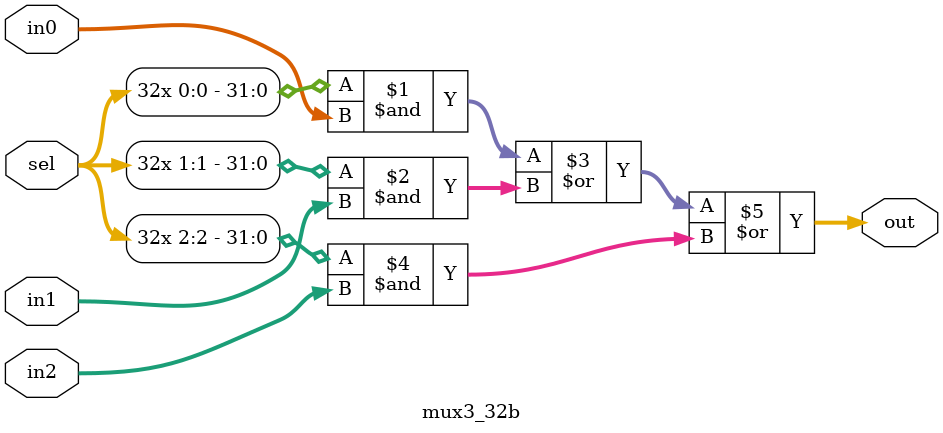
<source format=v>
module mux3_32b(
    input wire [31:0] in0, in1, in2,
    input wire [2:0] sel,
    output wire [31:0] out
);
    assign out = ({32{sel[0]}} & in0) 
               | ({32{sel[1]}} & in1)
               | ({32{sel[2]}} & in2);
endmodule
</source>
